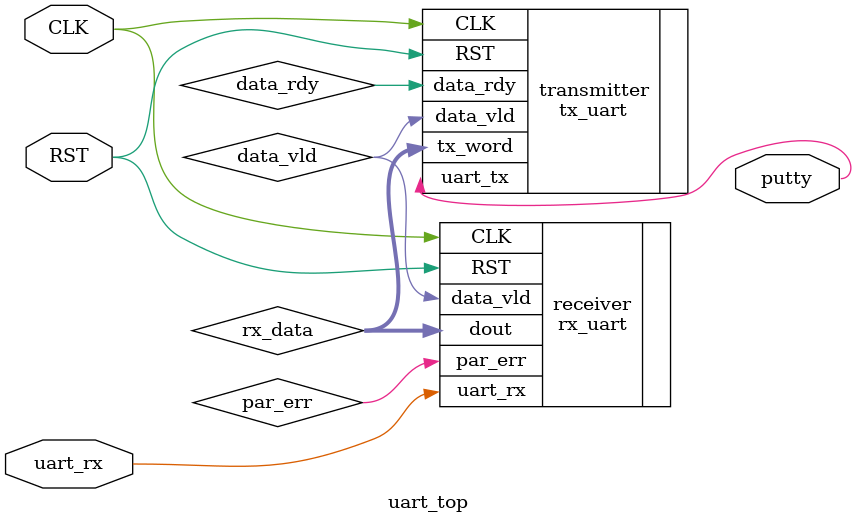
<source format=v>
module uart_top(input CLK, RST, 
            input uart_rx,    
            output putty);

    wire [7:0] rx_data; 
    wire data_rdy,data_vld,par_err;     

    // Instantiate the receiver module
    rx_uart #(.WL(8),        
        .BAUD_RATE(9600),
        .CLK_FREQ(100000000)) 
    receiver (.CLK(CLK),
            .RST(RST),
            .uart_rx(uart_rx),
            .data_vld(data_vld),
            .par_err(par_err),
            .dout(rx_data));

    // Instantiate the transmitter module
    tx_uart #(.WL(8),        
        .BAUD_RATE(9600), 
        .CLK_FREQ(100000000)) 
    transmitter (.CLK(CLK),
            .RST(RST),
            .data_vld(data_vld),
            .tx_word(rx_data), 
            .data_rdy(data_rdy),
            .uart_tx(putty));

endmodule

</source>
